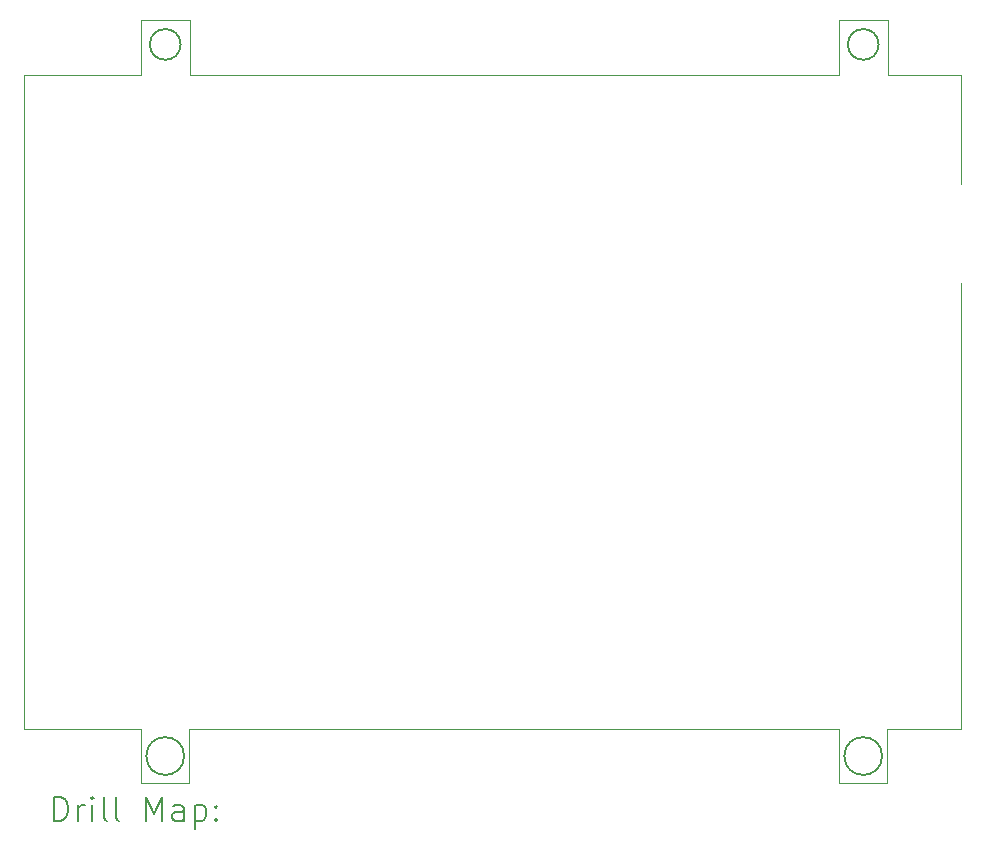
<source format=gbr>
%TF.GenerationSoftware,KiCad,Pcbnew,7.0.3*%
%TF.CreationDate,2023-06-15T19:22:04+02:00*%
%TF.ProjectId,osc_v2,6f73635f-7632-42e6-9b69-6361645f7063,rev?*%
%TF.SameCoordinates,Original*%
%TF.FileFunction,Drillmap*%
%TF.FilePolarity,Positive*%
%FSLAX45Y45*%
G04 Gerber Fmt 4.5, Leading zero omitted, Abs format (unit mm)*
G04 Created by KiCad (PCBNEW 7.0.3) date 2023-06-15 19:22:04*
%MOMM*%
%LPD*%
G01*
G04 APERTURE LIST*
%ADD10C,0.100000*%
%ADD11C,0.200000*%
G04 APERTURE END LIST*
D10*
X8016500Y-10680000D02*
X8016500Y-10220000D01*
X8015500Y-16681000D02*
X8015500Y-16221000D01*
D11*
X14290500Y-16450000D02*
G75*
G03*
X14290500Y-16450000I-160000J0D01*
G01*
D10*
X13925500Y-16221000D02*
X8425500Y-16221000D01*
X14955500Y-16221000D02*
X14335500Y-16221000D01*
D11*
X14260500Y-10425000D02*
G75*
G03*
X14260500Y-10425000I-130000J0D01*
G01*
D10*
X14954500Y-12441000D02*
X14955500Y-16221000D01*
X13926500Y-10220000D02*
X14336500Y-10220000D01*
X8425500Y-16221000D02*
X8425500Y-16681000D01*
D11*
X8380500Y-16450000D02*
G75*
G03*
X8380500Y-16450000I-160000J0D01*
G01*
D10*
X8015500Y-16221000D02*
X7025500Y-16220000D01*
X13925500Y-16681000D02*
X13925500Y-16221000D01*
X14954500Y-11611000D02*
X14954500Y-10681000D01*
X14335500Y-16681000D02*
X13925500Y-16681000D01*
D11*
X8350500Y-10425000D02*
G75*
G03*
X8350500Y-10425000I-130000J0D01*
G01*
D10*
X8426500Y-10220000D02*
X8426500Y-10680000D01*
X13926500Y-10680000D02*
X13926500Y-10220000D01*
X8425500Y-16681000D02*
X8015500Y-16681000D01*
X8016500Y-10220000D02*
X8426500Y-10220000D01*
X14336500Y-10220000D02*
X14336500Y-10680000D01*
X7025500Y-16220000D02*
X7026500Y-10680000D01*
X14335500Y-16221000D02*
X14335500Y-16681000D01*
X14336500Y-10680000D02*
X14954500Y-10681000D01*
X7026500Y-10680000D02*
X8016500Y-10680000D01*
X8426500Y-10680000D02*
X13926500Y-10680000D01*
D11*
X7281277Y-16997484D02*
X7281277Y-16797484D01*
X7281277Y-16797484D02*
X7328896Y-16797484D01*
X7328896Y-16797484D02*
X7357467Y-16807008D01*
X7357467Y-16807008D02*
X7376515Y-16826055D01*
X7376515Y-16826055D02*
X7386039Y-16845103D01*
X7386039Y-16845103D02*
X7395562Y-16883198D01*
X7395562Y-16883198D02*
X7395562Y-16911770D01*
X7395562Y-16911770D02*
X7386039Y-16949865D01*
X7386039Y-16949865D02*
X7376515Y-16968912D01*
X7376515Y-16968912D02*
X7357467Y-16987960D01*
X7357467Y-16987960D02*
X7328896Y-16997484D01*
X7328896Y-16997484D02*
X7281277Y-16997484D01*
X7481277Y-16997484D02*
X7481277Y-16864150D01*
X7481277Y-16902246D02*
X7490801Y-16883198D01*
X7490801Y-16883198D02*
X7500324Y-16873674D01*
X7500324Y-16873674D02*
X7519372Y-16864150D01*
X7519372Y-16864150D02*
X7538420Y-16864150D01*
X7605086Y-16997484D02*
X7605086Y-16864150D01*
X7605086Y-16797484D02*
X7595562Y-16807008D01*
X7595562Y-16807008D02*
X7605086Y-16816531D01*
X7605086Y-16816531D02*
X7614610Y-16807008D01*
X7614610Y-16807008D02*
X7605086Y-16797484D01*
X7605086Y-16797484D02*
X7605086Y-16816531D01*
X7728896Y-16997484D02*
X7709848Y-16987960D01*
X7709848Y-16987960D02*
X7700324Y-16968912D01*
X7700324Y-16968912D02*
X7700324Y-16797484D01*
X7833658Y-16997484D02*
X7814610Y-16987960D01*
X7814610Y-16987960D02*
X7805086Y-16968912D01*
X7805086Y-16968912D02*
X7805086Y-16797484D01*
X8062229Y-16997484D02*
X8062229Y-16797484D01*
X8062229Y-16797484D02*
X8128896Y-16940341D01*
X8128896Y-16940341D02*
X8195562Y-16797484D01*
X8195562Y-16797484D02*
X8195562Y-16997484D01*
X8376515Y-16997484D02*
X8376515Y-16892722D01*
X8376515Y-16892722D02*
X8366991Y-16873674D01*
X8366991Y-16873674D02*
X8347943Y-16864150D01*
X8347943Y-16864150D02*
X8309848Y-16864150D01*
X8309848Y-16864150D02*
X8290801Y-16873674D01*
X8376515Y-16987960D02*
X8357467Y-16997484D01*
X8357467Y-16997484D02*
X8309848Y-16997484D01*
X8309848Y-16997484D02*
X8290801Y-16987960D01*
X8290801Y-16987960D02*
X8281277Y-16968912D01*
X8281277Y-16968912D02*
X8281277Y-16949865D01*
X8281277Y-16949865D02*
X8290801Y-16930817D01*
X8290801Y-16930817D02*
X8309848Y-16921293D01*
X8309848Y-16921293D02*
X8357467Y-16921293D01*
X8357467Y-16921293D02*
X8376515Y-16911770D01*
X8471753Y-16864150D02*
X8471753Y-17064150D01*
X8471753Y-16873674D02*
X8490801Y-16864150D01*
X8490801Y-16864150D02*
X8528896Y-16864150D01*
X8528896Y-16864150D02*
X8547944Y-16873674D01*
X8547944Y-16873674D02*
X8557467Y-16883198D01*
X8557467Y-16883198D02*
X8566991Y-16902246D01*
X8566991Y-16902246D02*
X8566991Y-16959389D01*
X8566991Y-16959389D02*
X8557467Y-16978436D01*
X8557467Y-16978436D02*
X8547944Y-16987960D01*
X8547944Y-16987960D02*
X8528896Y-16997484D01*
X8528896Y-16997484D02*
X8490801Y-16997484D01*
X8490801Y-16997484D02*
X8471753Y-16987960D01*
X8652705Y-16978436D02*
X8662229Y-16987960D01*
X8662229Y-16987960D02*
X8652705Y-16997484D01*
X8652705Y-16997484D02*
X8643182Y-16987960D01*
X8643182Y-16987960D02*
X8652705Y-16978436D01*
X8652705Y-16978436D02*
X8652705Y-16997484D01*
X8652705Y-16873674D02*
X8662229Y-16883198D01*
X8662229Y-16883198D02*
X8652705Y-16892722D01*
X8652705Y-16892722D02*
X8643182Y-16883198D01*
X8643182Y-16883198D02*
X8652705Y-16873674D01*
X8652705Y-16873674D02*
X8652705Y-16892722D01*
M02*

</source>
